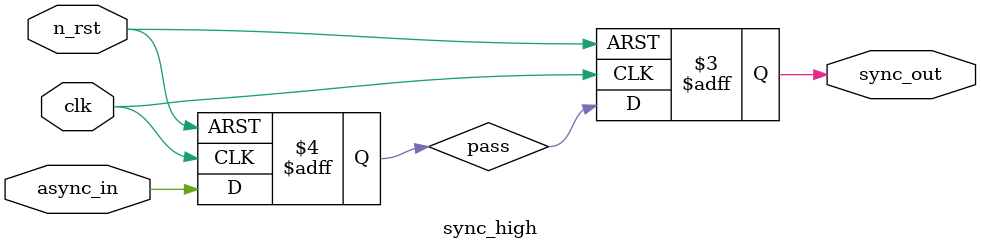
<source format=sv>

module sync_high
  (
   input reg clk,
   input reg n_rst,
   input reg async_in,
   output reg sync_out
   );   

   reg 	       pass;
   
  always_ff @ (posedge clk, negedge n_rst)
  begin
     if (1'b0 == n_rst) begin
	sync_out <= 1'b1;
       	pass <= 1'b0;
	      
     end else begin
	pass <= async_in;	
	sync_out <= pass;
     end 	 
  end
   endmodule

</source>
